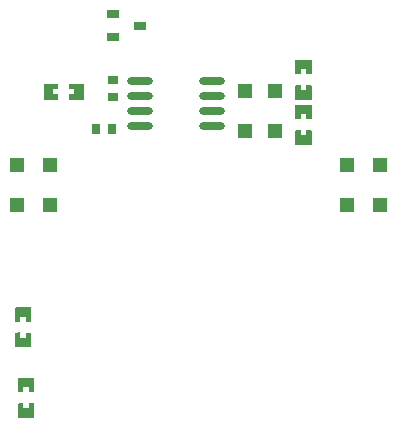
<source format=gtp>
G04 Layer: TopPasteMaskLayer*
G04 EasyEDA v6.5.15, 2023-01-26 07:11:18*
G04 bc408e8c05344163a153380a18e2a67f,cd9332c1ef044f0797b2d1e08cb7fb93,10*
G04 Gerber Generator version 0.2*
G04 Scale: 100 percent, Rotated: No, Reflected: No *
G04 Dimensions in millimeters *
G04 leading zeros omitted , absolute positions ,4 integer and 5 decimal *
%FSLAX45Y45*%
%MOMM*%

%ADD10R,1.3000X1.3000*%
%ADD11R,0.9000X0.8000*%
%ADD12R,0.8000X0.9000*%
%ADD13R,1.0000X0.8000*%
%ADD14O,2.1999956000000003X0.6999986*%

%LPD*%
G36*
X2729992Y-668172D02*
G01*
X2725013Y-673201D01*
X2725013Y-788212D01*
X2729992Y-793191D01*
X2772003Y-792683D01*
X2772003Y-748690D01*
X2817012Y-748690D01*
X2817012Y-793699D01*
X2858008Y-793191D01*
X2862986Y-788212D01*
X2862986Y-673201D01*
X2858008Y-668172D01*
G37*
G36*
X2729992Y-883208D02*
G01*
X2725013Y-888187D01*
X2725013Y-1003198D01*
X2729992Y-1008176D01*
X2858008Y-1008176D01*
X2862986Y-1003198D01*
X2862986Y-888187D01*
X2858008Y-883208D01*
X2817012Y-883716D01*
X2817012Y-927709D01*
X2772003Y-927709D01*
X2772003Y-883208D01*
G37*
G36*
X2770987Y-1263700D02*
G01*
X2729992Y-1264208D01*
X2725013Y-1269187D01*
X2725013Y-1384198D01*
X2729992Y-1389227D01*
X2858008Y-1389227D01*
X2862986Y-1384198D01*
X2862986Y-1269187D01*
X2858008Y-1264208D01*
X2815996Y-1264716D01*
X2815996Y-1308709D01*
X2770987Y-1308709D01*
G37*
G36*
X2729992Y-1049223D02*
G01*
X2725013Y-1054201D01*
X2725013Y-1169212D01*
X2729992Y-1174191D01*
X2770987Y-1173683D01*
X2770987Y-1129690D01*
X2815996Y-1129690D01*
X2815996Y-1174191D01*
X2858008Y-1174191D01*
X2862986Y-1169212D01*
X2862986Y-1054201D01*
X2858008Y-1049223D01*
G37*
G36*
X396087Y-2978200D02*
G01*
X355092Y-2978708D01*
X350113Y-2983687D01*
X350113Y-3098698D01*
X355092Y-3103727D01*
X483108Y-3103727D01*
X488086Y-3098698D01*
X488086Y-2983687D01*
X483108Y-2978708D01*
X441096Y-2979216D01*
X441096Y-3023209D01*
X396087Y-3023209D01*
G37*
G36*
X355092Y-2763723D02*
G01*
X350113Y-2768701D01*
X350113Y-2883712D01*
X355092Y-2888691D01*
X396087Y-2888183D01*
X396087Y-2844190D01*
X441096Y-2844190D01*
X441096Y-2888691D01*
X483108Y-2888691D01*
X488086Y-2883712D01*
X488086Y-2768701D01*
X483108Y-2763723D01*
G37*
G36*
X421487Y-3575100D02*
G01*
X380492Y-3575608D01*
X375513Y-3580587D01*
X375513Y-3695598D01*
X380492Y-3700627D01*
X508508Y-3700627D01*
X513486Y-3695598D01*
X513486Y-3580587D01*
X508508Y-3575608D01*
X466496Y-3576116D01*
X466496Y-3620109D01*
X421487Y-3620109D01*
G37*
G36*
X380492Y-3360623D02*
G01*
X375513Y-3365601D01*
X375513Y-3480612D01*
X380492Y-3485591D01*
X421487Y-3485083D01*
X421487Y-3441090D01*
X466496Y-3441090D01*
X466496Y-3485591D01*
X508508Y-3485591D01*
X513486Y-3480612D01*
X513486Y-3365601D01*
X508508Y-3360623D01*
G37*
G36*
X597001Y-870813D02*
G01*
X591972Y-875792D01*
X591972Y-1003808D01*
X597001Y-1008786D01*
X712012Y-1008786D01*
X716991Y-1003808D01*
X716483Y-961796D01*
X672490Y-961796D01*
X672490Y-916787D01*
X717499Y-916787D01*
X716991Y-875792D01*
X712012Y-870813D01*
G37*
G36*
X811987Y-870813D02*
G01*
X807008Y-875792D01*
X807516Y-916787D01*
X851509Y-916787D01*
X851509Y-961796D01*
X807008Y-961796D01*
X807008Y-1003808D01*
X811987Y-1008786D01*
X926998Y-1008786D01*
X931976Y-1003808D01*
X931976Y-875792D01*
X926998Y-870813D01*
G37*
D10*
G01*
X368300Y-1897202D03*
G01*
X368300Y-1557197D03*
G01*
X2298700Y-1274902D03*
G01*
X2298700Y-934897D03*
G01*
X2552700Y-934897D03*
G01*
X2552700Y-1274902D03*
D11*
G01*
X1181100Y-844397D03*
G01*
X1181100Y-984402D03*
D12*
G01*
X1034897Y-1257300D03*
G01*
X1174902Y-1257300D03*
D10*
G01*
X3441700Y-1897202D03*
G01*
X3441700Y-1557197D03*
G01*
X647700Y-1897202D03*
G01*
X647700Y-1557197D03*
G01*
X3162300Y-1897202D03*
G01*
X3162300Y-1557197D03*
D13*
G01*
X1180404Y-476001D03*
G01*
X1410401Y-381005D03*
G01*
X1180404Y-286009D03*
D14*
G01*
X1412239Y-850900D03*
G01*
X1412239Y-977900D03*
G01*
X1412239Y-1104900D03*
G01*
X1412239Y-1231900D03*
G01*
X2016759Y-850900D03*
G01*
X2016759Y-977900D03*
G01*
X2016759Y-1104900D03*
G01*
X2016759Y-1231900D03*
M02*

</source>
